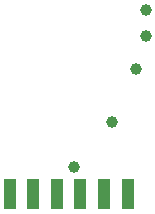
<source format=gbs>
G04 #@! TF.GenerationSoftware,KiCad,Pcbnew,8.0.1-8.0.1-1~ubuntu22.04.1*
G04 #@! TF.CreationDate,2024-05-09T18:35:14+02:00*
G04 #@! TF.ProjectId,FCK_SM-028_V1.3,46434b5f-534d-42d3-9032-385f56312e33,rev?*
G04 #@! TF.SameCoordinates,Original*
G04 #@! TF.FileFunction,Soldermask,Bot*
G04 #@! TF.FilePolarity,Negative*
%FSLAX46Y46*%
G04 Gerber Fmt 4.6, Leading zero omitted, Abs format (unit mm)*
G04 Created by KiCad (PCBNEW 8.0.1-8.0.1-1~ubuntu22.04.1) date 2024-05-09 18:35:14*
%MOMM*%
%LPD*%
G01*
G04 APERTURE LIST*
%ADD10R,1.000000X2.500000*%
%ADD11C,1.000000*%
G04 APERTURE END LIST*
D10*
X138400000Y-100050000D03*
D11*
X143910000Y-84490000D03*
D10*
X136400000Y-100050000D03*
D11*
X137880000Y-97760000D03*
D10*
X132400000Y-100050000D03*
D11*
X143940000Y-86680000D03*
X143130000Y-89450000D03*
X141052500Y-93940000D03*
D10*
X140400000Y-100050000D03*
X142400000Y-100050000D03*
X134400000Y-100050000D03*
M02*

</source>
